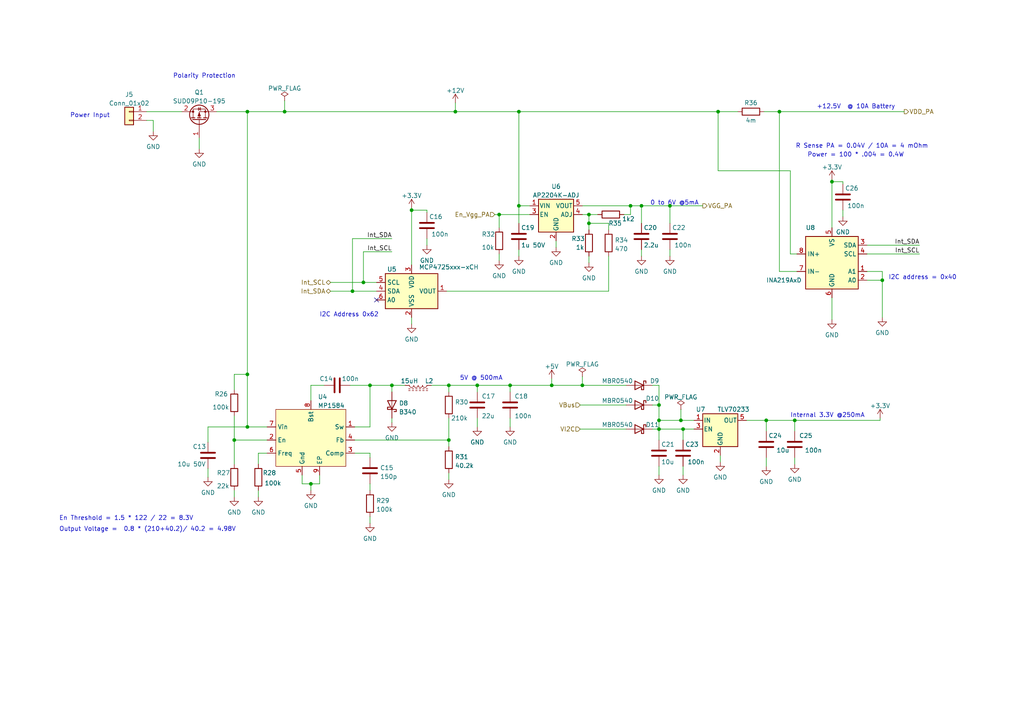
<source format=kicad_sch>
(kicad_sch (version 20211123) (generator eeschema)
  (paper "A4")
  (lib_symbols
    (symbol "Analog_ADC:INA219AxD"
      (property "Reference" "U" (at -6.35 8.89 0))
      (property "Value" "INA219AxD" (at 5.08 8.89 0))
      (symbol "INA219AxD_0_1"
        (rectangle (start -7.62 7.62) (end 7.62 -7.62) (stroke (width 0.254)) (fill (type background)))
      )
      (symbol "INA219AxD_1_1"
        (pin input line (at 10.16 -2.54 180) (length 2.54) (name "A1") (number "1"))
        (pin input line (at 10.16 -5.08 180) (length 2.54) (name "A0") (number "2"))
        (pin bidirectional line (at 10.16 5.08 180) (length 2.54) (name "SDA") (number "3"))
        (pin input line (at 10.16 2.54 180) (length 2.54) (name "SCL") (number "4"))
        (pin power_in line (at 0 10.16 270) (length 2.54) (name "VS") (number "5"))
        (pin power_in line (at 0 -10.16 90) (length 2.54) (name "GND") (number "6"))
        (pin input line (at -10.16 -2.54 0) (length 2.54) (name "IN-") (number "7"))
        (pin input line (at -10.16 2.54 0) (length 2.54) (name "IN+") (number "8"))
      )
    )
    (symbol "Analog_DAC:MCP4725xxx-xCH"
      (property "Reference" "U" (at -6.35 6.35 0))
      (property "Value" "MCP4725xxx-xCH" (at 8.89 6.35 0))
      (symbol "MCP4725xxx-xCH_0_1"
        (rectangle (start -7.62 5.08) (end 7.62 -5.08) (stroke (width 0.254)) (fill (type background)))
      )
      (symbol "MCP4725xxx-xCH_1_1"
        (pin output line (at 10.16 0 180) (length 2.54) (name "VOUT") (number "1"))
        (pin power_in line (at 0 -7.62 90) (length 2.54) (name "VSS") (number "2"))
        (pin power_in line (at 0 7.62 270) (length 2.54) (name "VDD") (number "3"))
        (pin bidirectional line (at -10.16 0 0) (length 2.54) (name "SDA") (number "4"))
        (pin input line (at -10.16 2.54 0) (length 2.54) (name "SCL") (number "5"))
        (pin input line (at -10.16 -2.54 0) (length 2.54) (name "A0") (number "6"))
      )
    )
    (symbol "Connector_Generic:Conn_01x02" (pin_names (offset 1.016) hide)
      (property "Reference" "J" (at 0 2.54 0))
      (property "Value" "Conn_01x02" (at 0 -5.08 0))
      (symbol "Conn_01x02_1_1"
        (rectangle (start -1.27 -2.413) (end 0 -2.667) (stroke (width 0.1524)))
        (rectangle (start -1.27 0.127) (end 0 -0.127) (stroke (width 0.1524)))
        (rectangle (start -1.27 1.27) (end 1.27 -3.81) (stroke (width 0.254)) (fill (type background)))
        (pin passive line (at -5.08 0 0) (length 3.81) (name "Pin_1") (number "1"))
        (pin passive line (at -5.08 -2.54 0) (length 3.81) (name "Pin_2") (number "2"))
      )
    )
    (symbol "Device:C" (pin_numbers hide) (pin_names (offset 0.254))
      (property "Reference" "C" (at 0.635 2.54 0))
      (property "Value" "C" (at 0.635 -2.54 0))
      (symbol "C_0_1"
        (polyline (pts (xy -2.032 -0.762) (xy 2.032 -0.762)) (stroke (width 0.508)))
        (polyline (pts (xy -2.032 0.762) (xy 2.032 0.762)) (stroke (width 0.508)))
      )
      (symbol "C_1_1"
        (pin passive line (at 0 3.81 270) (length 2.794) (name "~") (number "1"))
        (pin passive line (at 0 -3.81 90) (length 2.794) (name "~") (number "2"))
      )
    )
    (symbol "Device:D_Schottky" (pin_numbers hide) (pin_names (offset 1.016) hide)
      (property "Reference" "D" (at 0 2.54 0))
      (property "Value" "D_Schottky" (at 0 -2.54 0))
      (symbol "D_Schottky_0_1"
        (polyline (pts (xy 1.27 0) (xy -1.27 0)))
        (polyline (pts (xy 1.27 1.27) (xy 1.27 -1.27) (xy -1.27 0) (xy 1.27 1.27)) (stroke (width 0.254)))
        (polyline (pts (xy -1.905 0.635) (xy -1.905 1.27) (xy -1.27 1.27) (xy -1.27 -1.27) (xy -0.635 -1.27) (xy -0.635 -0.635)) (stroke (width 0.254)))
      )
      (symbol "D_Schottky_1_1"
        (pin passive line (at -3.81 0 0) (length 2.54) (name "K") (number "1"))
        (pin passive line (at 3.81 0 180) (length 2.54) (name "A") (number "2"))
      )
    )
    (symbol "Device:L_Ferrite" (pin_numbers hide) (pin_names (offset 1.016) hide)
      (property "Reference" "L" (at -1.27 0 90))
      (property "Value" "L_Ferrite" (at 2.794 0 90))
      (symbol "L_Ferrite_0_1"
        (arc (start 0 -2.54) (mid 0.635 -1.905) (end 0 -1.27))
        (arc (start 0 -1.27) (mid 0.635 -0.635) (end 0 0))
        (polyline (pts (xy 1.016 -2.794) (xy 1.016 -2.286)))
        (polyline (pts (xy 1.016 -1.778) (xy 1.016 -1.27)))
        (polyline (pts (xy 1.016 -0.762) (xy 1.016 -0.254)))
        (polyline (pts (xy 1.016 0.254) (xy 1.016 0.762)))
        (polyline (pts (xy 1.016 1.27) (xy 1.016 1.778)))
        (polyline (pts (xy 1.016 2.286) (xy 1.016 2.794)))
        (polyline (pts (xy 1.524 -2.286) (xy 1.524 -2.794)))
        (polyline (pts (xy 1.524 -1.27) (xy 1.524 -1.778)))
        (polyline (pts (xy 1.524 -0.254) (xy 1.524 -0.762)))
        (polyline (pts (xy 1.524 0.762) (xy 1.524 0.254)))
        (polyline (pts (xy 1.524 1.778) (xy 1.524 1.27)))
        (polyline (pts (xy 1.524 2.794) (xy 1.524 2.286)))
        (arc (start 0 0) (mid 0.635 0.635) (end 0 1.27))
        (arc (start 0 1.27) (mid 0.635 1.905) (end 0 2.54))
      )
      (symbol "L_Ferrite_1_1"
        (pin passive line (at 0 3.81 270) (length 1.27) (name "1") (number "1"))
        (pin passive line (at 0 -3.81 90) (length 1.27) (name "2") (number "2"))
      )
    )
    (symbol "Device:R" (pin_numbers hide) (pin_names (offset 0))
      (property "Reference" "R" (at 2.032 0 90))
      (property "Value" "R" (at 0 0 90))
      (symbol "R_0_1"
        (rectangle (start -1.016 -2.54) (end 1.016 2.54) (stroke (width 0.254)))
      )
      (symbol "R_1_1"
        (pin passive line (at 0 3.81 270) (length 1.27) (name "~") (number "1"))
        (pin passive line (at 0 -3.81 90) (length 1.27) (name "~") (number "2"))
      )
    )
    (symbol "Pi_PA:MP1584"
      (property "Reference" "U" (at 6.35 10.16 0))
      (property "Value" "MP1584" (at -8.89 10.16 0))
      (symbol "MP1584_0_1"
        (rectangle (start -10.16 8.89) (end 10.16 -7.62) (stroke (width 0.1524)) (fill (type background)))
      )
      (symbol "MP1584_1_1"
        (pin output line (at 12.7 3.81 180) (length 2.54) (name "Sw") (number "1"))
        (pin input line (at -12.7 0 0) (length 2.54) (name "En") (number "2"))
        (pin passive line (at 12.7 -3.81 180) (length 2.54) (name "Comp") (number "3"))
        (pin input line (at 12.7 0 180) (length 2.54) (name "Fb") (number "4"))
        (pin power_in line (at -2.54 -10.16 90) (length 2.54) (name "Gnd") (number "5"))
        (pin passive line (at -12.7 -3.81 0) (length 2.54) (name "Freq") (number "6"))
        (pin power_in line (at -12.7 3.81 0) (length 2.54) (name "Vin") (number "7"))
        (pin passive line (at 0 11.43 270) (length 2.54) (name "Bst") (number "8"))
        (pin power_in line (at 2.54 -10.16 90) (length 2.54) (name "EP") (number "9"))
      )
    )
    (symbol "Regulator_Linear:AP2204K-ADJ" (pin_names (offset 0.254))
      (property "Reference" "U" (at -5.08 5.715 0))
      (property "Value" "AP2204K-ADJ" (at 0 5.715 0))
      (symbol "AP2204K-ADJ_0_1"
        (rectangle (start -5.08 4.445) (end 5.08 -5.08) (stroke (width 0.254)) (fill (type background)))
      )
      (symbol "AP2204K-ADJ_1_1"
        (pin power_in line (at -7.62 2.54 0) (length 2.54) (name "VIN") (number "1"))
        (pin power_in line (at 0 -7.62 90) (length 2.54) (name "GND") (number "2"))
        (pin input line (at -7.62 0 0) (length 2.54) (name "EN") (number "3"))
        (pin input line (at 7.62 0 180) (length 2.54) (name "ADJ") (number "4"))
        (pin power_out line (at 7.62 2.54 180) (length 2.54) (name "VOUT") (number "5"))
      )
    )
    (symbol "Regulator_Linear:TLV70233_SOT23-5" (pin_names (offset 0.254))
      (property "Reference" "U" (at -3.81 5.715 0))
      (property "Value" "TLV70233_SOT23-5" (at 0 5.715 0))
      (symbol "TLV70233_SOT23-5_0_1"
        (rectangle (start -5.08 4.445) (end 5.08 -5.08) (stroke (width 0.254)) (fill (type background)))
      )
      (symbol "TLV70233_SOT23-5_1_1"
        (pin power_in line (at -7.62 2.54 0) (length 2.54) (name "IN") (number "1"))
        (pin power_in line (at 0 -7.62 90) (length 2.54) (name "GND") (number "2"))
        (pin input line (at -7.62 0 0) (length 2.54) (name "EN") (number "3"))
        (pin no_connect line (at 5.08 0 180) (length 2.54) hide (name "NC") (number "4"))
        (pin power_out line (at 7.62 2.54 180) (length 2.54) (name "OUT") (number "5"))
      )
    )
    (symbol "Transistor_FET:SUD09P10-195" (pin_names hide)
      (property "Reference" "Q" (at 4.953 1.905 0))
      (property "Value" "SUD09P10-195" (at 4.953 0 0))
      (symbol "SUD09P10-195_0_1"
        (polyline (pts (xy 0.254 0) (xy -2.54 0)))
        (polyline (pts (xy 0.254 1.905) (xy 0.254 -1.905)) (stroke (width 0.254)))
        (polyline (pts (xy 0.762 -1.27) (xy 0.762 -2.286)) (stroke (width 0.254)))
        (polyline (pts (xy 0.762 0.508) (xy 0.762 -0.508)) (stroke (width 0.254)))
        (polyline (pts (xy 0.762 2.286) (xy 0.762 1.27)) (stroke (width 0.254)))
        (polyline (pts (xy 2.54 2.54) (xy 2.54 1.778)))
        (polyline (pts (xy 2.54 -2.54) (xy 2.54 0) (xy 0.762 0)))
        (polyline (pts (xy 0.762 1.778) (xy 3.302 1.778) (xy 3.302 -1.778) (xy 0.762 -1.778)))
        (polyline (pts (xy 2.286 0) (xy 1.27 0.381) (xy 1.27 -0.381) (xy 2.286 0)) (fill (type outline)))
        (polyline (pts (xy 2.794 -0.508) (xy 2.921 -0.381) (xy 3.683 -0.381) (xy 3.81 -0.254)))
        (polyline (pts (xy 3.302 -0.381) (xy 2.921 0.254) (xy 3.683 0.254) (xy 3.302 -0.381)))
        (circle (center 1.651 0) (radius 2.794) (stroke (width 0.254)))
        (circle (center 2.54 -1.778) (radius 0.254) (fill (type outline)))
        (circle (center 2.54 1.778) (radius 0.254) (fill (type outline)))
      )
      (symbol "SUD09P10-195_1_1"
        (pin input line (at -5.08 0 0) (length 2.54) (name "G") (number "1"))
        (pin passive line (at 2.54 5.08 270) (length 2.54) (name "D") (number "2"))
        (pin passive line (at 2.54 -5.08 90) (length 2.54) (name "S") (number "3"))
      )
    )
    (symbol "power:+12V" (power) (pin_names (offset 0))
      (property "Value" "+12V" (at 0 3.556 0))
      (symbol "+12V_0_1"
        (polyline (pts (xy -0.762 1.27) (xy 0 2.54)))
        (polyline (pts (xy 0 0) (xy 0 2.54)))
        (polyline (pts (xy 0 2.54) (xy 0.762 1.27)))
      )
      (symbol "+12V_1_1"
        (pin power_in line (at 0 0 90) (length 0) hide (name "+12V") (number "1"))
      )
    )
    (symbol "power:+3.3V" (power) (pin_names (offset 0))
      (property "Value" "+3.3V" (at 0 3.556 0))
      (symbol "+3.3V_0_1"
        (polyline (pts (xy -0.762 1.27) (xy 0 2.54)))
        (polyline (pts (xy 0 0) (xy 0 2.54)))
        (polyline (pts (xy 0 2.54) (xy 0.762 1.27)))
      )
      (symbol "+3.3V_1_1"
        (pin power_in line (at 0 0 90) (length 0) hide (name "+3.3V") (number "1"))
      )
    )
    (symbol "power:+5V" (power) (pin_names (offset 0))
      (property "Value" "+5V" (at 0 3.556 0))
      (symbol "+5V_0_1"
        (polyline (pts (xy -0.762 1.27) (xy 0 2.54)))
        (polyline (pts (xy 0 0) (xy 0 2.54)))
        (polyline (pts (xy 0 2.54) (xy 0.762 1.27)))
      )
      (symbol "+5V_1_1"
        (pin power_in line (at 0 0 90) (length 0) hide (name "+5V") (number "1"))
      )
    )
    (symbol "power:GND" (power) (pin_names (offset 0))
      (property "Value" "GND" (at 0 -3.81 0))
      (symbol "GND_0_1"
        (polyline (pts (xy 0 0) (xy 0 -1.27) (xy 1.27 -1.27) (xy 0 -2.54) (xy -1.27 -1.27) (xy 0 -1.27)))
      )
      (symbol "GND_1_1"
        (pin power_in line (at 0 0 270) (length 0) hide (name "GND") (number "1"))
      )
    )
    (symbol "power:PWR_FLAG" (power) (pin_numbers hide) (pin_names (offset 0) hide)
      (property "Value" "PWR_FLAG" (at 0 3.81 0))
      (symbol "PWR_FLAG_0_0"
        (pin power_out line (at 0 0 90) (length 0) (name "pwr") (number "1"))
      )
      (symbol "PWR_FLAG_0_1"
        (polyline (pts (xy 0 0) (xy 0 1.27) (xy -1.016 1.905) (xy 0 2.54) (xy 1.016 1.905) (xy 0 1.27)))
      )
    )
  )
  (junction (at 132.08 32.385))
  (junction (at 255.905 81.28))
  (junction (at 102.235 84.455))
  (junction (at 71.755 32.385))
  (junction (at 150.495 32.385))
  (junction (at 71.755 108.585))
  (junction (at 113.665 111.76))
  (junction (at 71.755 123.825))
  (junction (at 168.91 111.76))
  (junction (at 197.485 121.92))
  (junction (at 182.88 59.69))
  (junction (at 230.505 121.92))
  (junction (at 105.41 81.915))
  (junction (at 170.815 62.23))
  (junction (at 170.815 64.77))
  (junction (at 119.38 60.96))
  (junction (at 194.31 59.69))
  (junction (at 82.55 32.385))
  (junction (at 186.055 59.69))
  (junction (at 191.135 117.475))
  (junction (at 160.02 111.76))
  (junction (at 130.175 127.635))
  (junction (at 147.955 111.76))
  (junction (at 191.135 121.92))
  (junction (at 144.78 62.23))
  (junction (at 107.315 111.76))
  (junction (at 138.43 111.76))
  (junction (at 241.3 52.705))
  (junction (at 191.135 124.46))
  (junction (at 222.25 121.92))
  (junction (at 208.28 32.385))
  (junction (at 130.175 111.76))
  (junction (at 90.17 140.335))
  (junction (at 226.06 32.385))
  (junction (at 150.495 59.69))
  (junction (at 67.945 127.635))
  (junction (at 198.12 124.46))
  (no_connect (at 109.22 86.995))
  (wire (pts (xy 130.175 127.635) (xy 130.175 121.285)))
  (wire (pts (xy 168.275 124.46) (xy 181.61 124.46)))
  (wire (pts (xy 119.38 60.325) (xy 119.38 60.96)))
  (wire (pts (xy 229.235 49.53) (xy 229.235 73.66)))
  (wire (pts (xy 160.02 109.855) (xy 160.02 111.76)))
  (wire (pts (xy 130.175 111.76) (xy 130.175 113.665)))
  (wire (pts (xy 191.135 117.475) (xy 191.135 111.76)))
  (wire (pts (xy 230.505 121.92) (xy 255.27 121.92)))
  (wire (pts (xy 251.46 78.74) (xy 255.905 78.74)))
  (wire (pts (xy 60.325 135.89) (xy 60.325 138.43)))
  (wire (pts (xy 194.31 59.69) (xy 194.31 64.77)))
  (wire (pts (xy 198.12 124.46) (xy 198.12 127.635)))
  (wire (pts (xy 170.815 64.77) (xy 170.815 62.23)))
  (wire (pts (xy 189.23 117.475) (xy 191.135 117.475)))
  (wire (pts (xy 176.53 84.455) (xy 176.53 74.295)))
  (wire (pts (xy 144.78 73.66) (xy 144.78 75.565)))
  (wire (pts (xy 191.135 135.255) (xy 191.135 137.795)))
  (wire (pts (xy 194.31 72.39) (xy 194.31 74.295)))
  (wire (pts (xy 119.38 92.075) (xy 119.38 93.98)))
  (wire (pts (xy 251.46 81.28) (xy 255.905 81.28)))
  (wire (pts (xy 208.28 49.53) (xy 208.28 32.385)))
  (wire (pts (xy 71.755 123.825) (xy 77.47 123.825)))
  (wire (pts (xy 42.545 32.385) (xy 52.705 32.385)))
  (wire (pts (xy 138.43 121.285) (xy 138.43 123.825)))
  (wire (pts (xy 71.755 32.385) (xy 71.755 108.585)))
  (wire (pts (xy 244.475 53.34) (xy 244.475 52.705)))
  (wire (pts (xy 241.3 52.705) (xy 241.3 66.04)))
  (wire (pts (xy 92.71 140.335) (xy 92.71 137.795)))
  (wire (pts (xy 132.08 29.845) (xy 132.08 32.385)))
  (wire (pts (xy 241.3 52.705) (xy 241.3 52.07)))
  (wire (pts (xy 182.88 59.69) (xy 186.055 59.69)))
  (wire (pts (xy 62.865 32.385) (xy 71.755 32.385)))
  (wire (pts (xy 191.135 121.92) (xy 191.135 124.46)))
  (wire (pts (xy 144.78 62.23) (xy 144.78 66.04)))
  (wire (pts (xy 168.91 109.22) (xy 168.91 111.76)))
  (wire (pts (xy 189.23 124.46) (xy 191.135 124.46)))
  (wire (pts (xy 138.43 111.76) (xy 147.955 111.76)))
  (wire (pts (xy 144.78 62.23) (xy 153.67 62.23)))
  (wire (pts (xy 182.88 62.23) (xy 182.88 59.69)))
  (wire (pts (xy 244.475 60.96) (xy 244.475 62.865)))
  (wire (pts (xy 132.08 32.385) (xy 150.495 32.385)))
  (wire (pts (xy 67.945 127.635) (xy 67.945 134.62)))
  (wire (pts (xy 113.665 121.285) (xy 113.665 122.555)))
  (wire (pts (xy 194.31 59.69) (xy 203.835 59.69)))
  (wire (pts (xy 176.53 64.77) (xy 170.815 64.77)))
  (wire (pts (xy 147.955 111.76) (xy 147.955 113.665)))
  (wire (pts (xy 90.17 140.335) (xy 90.17 142.24)))
  (wire (pts (xy 71.755 32.385) (xy 82.55 32.385)))
  (wire (pts (xy 222.25 132.715) (xy 222.25 135.255)))
  (wire (pts (xy 229.235 73.66) (xy 231.14 73.66)))
  (wire (pts (xy 87.63 137.795) (xy 87.63 140.335)))
  (wire (pts (xy 102.235 84.455) (xy 109.22 84.455)))
  (wire (pts (xy 241.3 86.36) (xy 241.3 92.71)))
  (wire (pts (xy 102.87 127.635) (xy 130.175 127.635)))
  (wire (pts (xy 74.93 142.24) (xy 74.93 144.145)))
  (wire (pts (xy 197.485 118.745) (xy 197.485 121.92)))
  (wire (pts (xy 191.135 111.76) (xy 189.23 111.76)))
  (wire (pts (xy 105.41 81.915) (xy 105.41 73.025)))
  (wire (pts (xy 170.815 62.23) (xy 173.355 62.23)))
  (wire (pts (xy 168.91 62.23) (xy 170.815 62.23)))
  (wire (pts (xy 150.495 59.69) (xy 153.67 59.69)))
  (wire (pts (xy 129.54 84.455) (xy 176.53 84.455)))
  (wire (pts (xy 60.325 123.825) (xy 60.325 128.27)))
  (wire (pts (xy 125.095 111.76) (xy 130.175 111.76)))
  (wire (pts (xy 230.505 121.92) (xy 230.505 125.095)))
  (wire (pts (xy 255.27 121.285) (xy 255.27 121.92)))
  (wire (pts (xy 71.755 123.825) (xy 71.755 108.585)))
  (wire (pts (xy 74.93 131.445) (xy 74.93 134.62)))
  (wire (pts (xy 130.175 111.76) (xy 138.43 111.76)))
  (wire (pts (xy 107.315 131.445) (xy 102.87 131.445)))
  (wire (pts (xy 42.545 34.925) (xy 44.45 34.925)))
  (wire (pts (xy 168.275 117.475) (xy 181.61 117.475)))
  (wire (pts (xy 198.12 135.255) (xy 198.12 137.795)))
  (wire (pts (xy 186.055 72.39) (xy 186.055 74.295)))
  (wire (pts (xy 180.975 62.23) (xy 182.88 62.23)))
  (wire (pts (xy 191.135 124.46) (xy 191.135 127.635)))
  (wire (pts (xy 222.25 121.92) (xy 230.505 121.92)))
  (wire (pts (xy 168.91 59.69) (xy 182.88 59.69)))
  (wire (pts (xy 186.055 59.69) (xy 186.055 64.77)))
  (wire (pts (xy 82.55 29.21) (xy 82.55 32.385)))
  (wire (pts (xy 102.235 69.215) (xy 113.665 69.215)))
  (wire (pts (xy 197.485 121.92) (xy 201.295 121.92)))
  (wire (pts (xy 105.41 81.915) (xy 109.22 81.915)))
  (wire (pts (xy 90.17 140.335) (xy 92.71 140.335)))
  (wire (pts (xy 226.06 32.385) (xy 262.255 32.385)))
  (wire (pts (xy 67.945 142.24) (xy 67.945 144.145)))
  (wire (pts (xy 60.325 123.825) (xy 71.755 123.825)))
  (wire (pts (xy 198.12 124.46) (xy 201.295 124.46)))
  (wire (pts (xy 150.495 32.385) (xy 208.28 32.385)))
  (wire (pts (xy 102.235 84.455) (xy 102.235 69.215)))
  (wire (pts (xy 150.495 72.39) (xy 150.495 74.295)))
  (wire (pts (xy 113.665 111.76) (xy 117.475 111.76)))
  (wire (pts (xy 176.53 66.675) (xy 176.53 64.77)))
  (wire (pts (xy 123.825 61.595) (xy 123.825 60.96)))
  (wire (pts (xy 150.495 59.69) (xy 150.495 64.77)))
  (wire (pts (xy 130.175 127.635) (xy 130.175 129.54)))
  (wire (pts (xy 251.46 71.12) (xy 266.7 71.12)))
  (wire (pts (xy 107.315 140.335) (xy 107.315 142.24)))
  (wire (pts (xy 123.825 69.215) (xy 123.825 71.12)))
  (wire (pts (xy 160.02 111.76) (xy 168.91 111.76)))
  (wire (pts (xy 107.315 132.715) (xy 107.315 131.445)))
  (wire (pts (xy 90.17 111.76) (xy 90.17 116.205)))
  (wire (pts (xy 130.175 137.16) (xy 130.175 139.065)))
  (wire (pts (xy 102.87 123.825) (xy 107.315 123.825)))
  (wire (pts (xy 191.135 121.92) (xy 191.135 117.475)))
  (wire (pts (xy 107.315 123.825) (xy 107.315 111.76)))
  (wire (pts (xy 244.475 52.705) (xy 241.3 52.705)))
  (wire (pts (xy 255.905 81.28) (xy 255.905 92.075)))
  (wire (pts (xy 150.495 32.385) (xy 150.495 59.69)))
  (wire (pts (xy 251.46 73.66) (xy 266.7 73.66)))
  (wire (pts (xy 226.06 32.385) (xy 226.06 78.74)))
  (wire (pts (xy 221.615 32.385) (xy 226.06 32.385)))
  (wire (pts (xy 208.28 49.53) (xy 229.235 49.53)))
  (wire (pts (xy 67.945 108.585) (xy 71.755 108.585)))
  (wire (pts (xy 107.315 111.76) (xy 113.665 111.76)))
  (wire (pts (xy 255.905 78.74) (xy 255.905 81.28)))
  (wire (pts (xy 208.28 32.385) (xy 213.995 32.385)))
  (wire (pts (xy 161.29 69.85) (xy 161.29 71.755)))
  (wire (pts (xy 67.945 120.65) (xy 67.945 127.635)))
  (wire (pts (xy 147.955 121.285) (xy 147.955 123.825)))
  (wire (pts (xy 95.885 84.455) (xy 102.235 84.455)))
  (wire (pts (xy 101.6 111.76) (xy 107.315 111.76)))
  (wire (pts (xy 95.885 81.915) (xy 105.41 81.915)))
  (wire (pts (xy 105.41 73.025) (xy 113.665 73.025)))
  (wire (pts (xy 123.825 60.96) (xy 119.38 60.96)))
  (wire (pts (xy 44.45 34.925) (xy 44.45 38.1)))
  (wire (pts (xy 138.43 111.76) (xy 138.43 113.665)))
  (wire (pts (xy 57.785 40.005) (xy 57.785 43.18)))
  (wire (pts (xy 216.535 121.92) (xy 222.25 121.92)))
  (wire (pts (xy 191.135 121.92) (xy 197.485 121.92)))
  (wire (pts (xy 208.915 132.08) (xy 208.915 133.985)))
  (wire (pts (xy 231.14 78.74) (xy 226.06 78.74)))
  (wire (pts (xy 143.51 62.23) (xy 144.78 62.23)))
  (wire (pts (xy 147.955 111.76) (xy 160.02 111.76)))
  (wire (pts (xy 186.055 59.69) (xy 194.31 59.69)))
  (wire (pts (xy 168.91 111.76) (xy 181.61 111.76)))
  (wire (pts (xy 170.815 66.675) (xy 170.815 64.77)))
  (wire (pts (xy 87.63 140.335) (xy 90.17 140.335)))
  (wire (pts (xy 170.815 74.295) (xy 170.815 76.2)))
  (wire (pts (xy 67.945 113.03) (xy 67.945 108.585)))
  (wire (pts (xy 82.55 32.385) (xy 132.08 32.385)))
  (wire (pts (xy 113.665 111.76) (xy 113.665 113.665)))
  (wire (pts (xy 67.945 127.635) (xy 77.47 127.635)))
  (wire (pts (xy 222.25 125.095) (xy 222.25 121.92)))
  (wire (pts (xy 230.505 132.715) (xy 230.505 134.62)))
  (wire (pts (xy 77.47 131.445) (xy 74.93 131.445)))
  (wire (pts (xy 191.135 124.46) (xy 198.12 124.46)))
  (wire (pts (xy 107.315 149.86) (xy 107.315 151.765)))
  (wire (pts (xy 93.98 111.76) (xy 90.17 111.76)))
  (wire (pts (xy 119.38 60.96) (xy 119.38 76.835)))
  (text "5V @ 500mA" (at 133.35 110.49 0) (effects (font (size 1.27 1.27)) (justify left bottom)))
  (text "Power Input" (at 20.32 34.29 0) (effects (font (size 1.27 1.27)) (justify left bottom)))
  (text "0 to 6V @5mA" (at 188.595 59.69 0) (effects (font (size 1.27 1.27)) (justify left bottom)))
  (text "I2C Address 0x62" (at 109.855 92.075 180) (effects (font (size 1.27 1.27)) (justify right bottom)))
  (text "+12.5V  @ 10A Battery" (at 236.855 31.75 0) (effects (font (size 1.27 1.27)) (justify left bottom)))
  (text "I2C address = 0x40" (at 277.495 81.28 180) (effects (font (size 1.27 1.27)) (justify right bottom)))
  (text "Internal 3.3V @250mA" (at 229.235 121.285 0) (effects (font (size 1.27 1.27)) (justify left bottom)))
  (text "R Sense PA = 0.04V / 10A = 4 mOhm" (at 269.24 43.18 180) (effects (font (size 1.27 1.27)) (justify right bottom)))
  (text "Polarity Protection\n" (at 50.165 22.86 0) (effects (font (size 1.27 1.27)) (justify left bottom)))
  (text "Power = 100 * .004 = 0.4W" (at 262.255 45.72 180) (effects (font (size 1.27 1.27)) (justify right bottom)))
  (text "Output Voltage =  0.8 * (210+40.2)/ 40.2 = 4.98V" (at 17.145 154.305 0) (effects (font (size 1.27 1.27)) (justify left bottom)))
  (text "En Threshold = 1.5 * 122 / 22 = 8.3V" (at 17.145 151.13 0) (effects (font (size 1.27 1.27)) (justify left bottom)))
  (label "Int_SDA" (at 266.7 71.12 180))
  (label "Int_SDA" (at 113.665 69.215 180))
  (label "Int_SCL" (at 113.665 73.025 180))
  (label "Int_SCL" (at 266.7 73.66 180))
  (hierarchical_label "VBus" (shape input) (at 168.275 117.475 180))
  (hierarchical_label "VDD_PA" (shape output) (at 262.255 32.385 0))
  (hierarchical_label "Int_SCL" (shape bidirectional) (at 95.885 81.915 180))
  (hierarchical_label "Int_SDA" (shape bidirectional) (at 95.885 84.455 180))
  (hierarchical_label "VGG_PA" (shape output) (at 203.835 59.69 0))
  (hierarchical_label "VI2C" (shape input) (at 168.275 124.46 180))
  (hierarchical_label "En_Vgg_PA" (shape input) (at 143.51 62.23 180))
  (symbol (lib_id "power:GND") (at 44.45 38.1 0) (unit 1)
    (property "Reference" "#PWR039" (effects hide))
    (property "Value" "GND" (at 44.45 42.5434 0))
  )
  (symbol (lib_id "power:GND") (at 67.945 144.145 0) (unit 1)
    (property "Reference" "#PWR042" (effects hide))
    (property "Value" "GND" (at 67.945 148.5884 0))
  )
  (symbol (lib_id "Analog_DAC:MCP4725xxx-xCH") (at 119.38 84.455 0) (unit 1)
    (property "Reference" "U5" (at 113.665 78.105 0))
    (property "Value" "MCP4725xxx-xCH" (at 130.175 77.47 0))
    (property "Footprint" "Package_TO_SOT_SMD:SOT-23-6" (effects hide))
    (property "Datasheet" "http://ww1.microchip.com/downloads/en/DeviceDoc/22039d.pdf" (effects hide))
  )
  (symbol (lib_id "power:GND") (at 107.315 151.765 0) (unit 1)
    (property "Reference" "#PWR045" (effects hide))
    (property "Value" "GND" (at 107.315 156.2084 0))
  )
  (symbol (lib_id "power:+3.3V") (at 119.38 60.325 0) (unit 1)
    (property "Reference" "#PWR047" (effects hide))
    (property "Value" "+3.3V" (at 119.38 56.7492 0))
  )
  (symbol (lib_id "Device:C") (at 230.505 128.905 0) (unit 1)
    (property "Reference" "C25" (at 231.775 126.365 0) (effects (justify left)))
    (property "Value" "100n" (at 233.426 130.6072 0) (effects (justify left)))
    (property "Footprint" "Capacitor_SMD:C_0603_1608Metric" (effects hide))
  )
  (symbol (lib_id "Regulator_Linear:TLV70233_SOT23-5") (at 208.915 124.46 0) (unit 1)
    (property "Reference" "U7" (at 203.2 118.745 0))
    (property "Value" "TLV70233" (at 212.725 118.745 0))
    (property "Footprint" "Package_TO_SOT_SMD:SOT-23-5" (effects hide))
    (property "Datasheet" "http://www.ti.com/lit/ds/symlink/tlv702.pdf" (effects hide))
  )
  (symbol (lib_id "power:GND") (at 60.325 138.43 0) (unit 1)
    (property "Reference" "#PWR041" (effects hide))
    (property "Value" "GND" (at 60.325 142.8734 0))
  )
  (symbol (lib_id "power:PWR_FLAG") (at 197.485 118.745 0) (unit 1)
    (property "Reference" "#FLG03" (effects hide))
    (property "Value" "PWR_FLAG" (at 197.485 115.1692 0))
  )
  (symbol (lib_id "power:+3.3V") (at 255.27 121.285 0) (unit 1)
    (property "Reference" "#PWR069" (effects hide))
    (property "Value" "+3.3V" (at 255.27 117.7092 0))
  )
  (symbol (lib_id "Device:C") (at 186.055 68.58 0) (unit 1)
    (property "Reference" "C20" (at 186.69 66.04 0) (effects (justify left)))
    (property "Value" "2.2u" (at 186.69 71.12 0) (effects (justify left)))
    (property "Footprint" "Capacitor_SMD:C_0603_1608Metric" (effects hide))
  )
  (symbol (lib_id "power:+12V") (at 132.08 29.845 0) (unit 1)
    (property "Reference" "#PWR051" (effects hide))
    (property "Value" "+12V" (at 132.08 26.2692 0))
  )
  (symbol (lib_id "power:GND") (at 170.815 76.2 0) (unit 1)
    (property "Reference" "#PWR057" (effects hide))
    (property "Value" "GND" (at 170.815 80.6434 0))
  )
  (symbol (lib_id "power:GND") (at 138.43 123.825 0) (unit 1)
    (property "Reference" "#PWR052" (effects hide))
    (property "Value" "GND" (at 138.43 128.2684 0))
  )
  (symbol (lib_id "power:+5V") (at 160.02 109.855 0) (unit 1)
    (property "Reference" "#PWR0101" (effects hide))
    (property "Value" "+5V" (at 160.02 106.2792 0))
  )
  (symbol (lib_id "Device:C") (at 147.955 117.475 0) (unit 1)
    (property "Reference" "C18" (at 149.225 114.935 0) (effects (justify left)))
    (property "Value" "100n" (at 149.225 120.65 0) (effects (justify left)))
    (property "Footprint" "Capacitor_SMD:C_0603_1608Metric" (effects hide))
  )
  (symbol (lib_id "Device:R") (at 170.815 70.485 0) (unit 1)
    (property "Reference" "R33" (at 165.735 69.215 0) (effects (justify left)))
    (property "Value" "1k" (at 167.005 71.755 0) (effects (justify left)))
    (property "Footprint" "Resistor_SMD:R_0603_1608Metric" (effects hide))
  )
  (symbol (lib_id "Device:C") (at 222.25 128.905 0) (unit 1)
    (property "Reference" "C24" (at 222.885 126.365 0) (effects (justify left)))
    (property "Value" "10u" (at 225.171 130.6072 0) (effects (justify left)))
    (property "Footprint" "Capacitor_SMD:C_0603_1608Metric" (effects hide))
  )
  (symbol (lib_id "power:GND") (at 186.055 74.295 0) (unit 1)
    (property "Reference" "#PWR058" (effects hide))
    (property "Value" "GND" (at 186.055 78.7384 0))
  )
  (symbol (lib_id "power:GND") (at 144.78 75.565 0) (unit 1)
    (property "Reference" "#PWR053" (effects hide))
    (property "Value" "GND" (at 144.78 80.0084 0))
  )
  (symbol (lib_id "Device:R") (at 67.945 138.43 0) (unit 1)
    (property "Reference" "R27" (at 62.865 137.16 0) (effects (justify left)))
    (property "Value" "22k" (at 62.865 140.97 0) (effects (justify left)))
    (property "Footprint" "Resistor_SMD:R_0603_1608Metric" (effects hide))
  )
  (symbol (lib_id "Device:R") (at 130.175 117.475 0) (unit 1)
    (property "Reference" "R30" (at 131.953 116.6403 0) (effects (justify left)))
    (property "Value" "210k" (at 130.81 121.285 0) (effects (justify left)))
    (property "Footprint" "Resistor_SMD:R_0603_1608Metric" (effects hide))
  )
  (symbol (lib_id "Transistor_FET:SUD09P10-195") (at 57.785 34.925 90) (unit 1)
    (property "Reference" "Q1" (at 57.785 26.7802 90))
    (property "Value" "SUD09P10-195" (at 57.785 29.3171 90))
    (property "Footprint" "Package_TO_SOT_SMD:TO-252-2" (effects hide))
    (property "Datasheet" "https://www.vishay.com/docs/65903/SUD09P10.pdf" (effects hide))
  )
  (symbol (lib_id "power:GND") (at 198.12 137.795 0) (unit 1)
    (property "Reference" "#PWR061" (effects hide))
    (property "Value" "GND" (at 198.12 142.2384 0))
  )
  (symbol (lib_id "Device:R") (at 177.165 62.23 270) (unit 1)
    (property "Reference" "R35" (at 178.435 64.77 90))
    (property "Value" "1k2" (at 182.245 63.5 90))
    (property "Footprint" "Resistor_SMD:R_0603_1608Metric" (effects hide))
  )
  (symbol (lib_id "power:GND") (at 230.505 134.62 0) (unit 1)
    (property "Reference" "#PWR064" (effects hide))
    (property "Value" "GND" (at 230.505 139.0634 0))
  )
  (symbol (lib_id "Device:D_Schottky") (at 185.42 117.475 0) (mirror y) (unit 1)
    (property "Reference" "D10" (at 189.23 115.57 0))
    (property "Value" "MBR0540" (at 179.07 116.205 0))
    (property "Footprint" "Diode_SMD:D_SOD-123" (effects hide))
  )
  (symbol (lib_id "Device:R") (at 144.78 69.85 0) (unit 1)
    (property "Reference" "R32" (at 139.7 67.945 0) (effects (justify left)))
    (property "Value" "10k" (at 139.7 71.755 0) (effects (justify left)))
    (property "Footprint" "Resistor_SMD:R_0603_1608Metric" (effects hide))
  )
  (symbol (lib_id "Device:C") (at 138.43 117.475 0) (unit 1)
    (property "Reference" "C17" (at 139.7 114.935 0) (effects (justify left)))
    (property "Value" "22u" (at 139.7 120.65 0) (effects (justify left)))
    (property "Footprint" "Capacitor_SMD:C_0805_2012Metric" (effects hide))
  )
  (symbol (lib_id "power:GND") (at 241.3 92.71 0) (unit 1)
    (property "Reference" "#PWR066" (effects hide))
    (property "Value" "GND" (at 241.3 97.1534 0))
  )
  (symbol (lib_id "power:GND") (at 130.175 139.065 0) (unit 1)
    (property "Reference" "#PWR050" (effects hide))
    (property "Value" "GND" (at 130.175 143.5084 0))
  )
  (symbol (lib_id "Device:D_Schottky") (at 185.42 124.46 0) (mirror y) (unit 1)
    (property "Reference" "D11" (at 189.23 123.19 0))
    (property "Value" "MBR0540" (at 179.07 123.19 0))
    (property "Footprint" "Diode_SMD:D_SOD-123" (effects hide))
  )
  (symbol (lib_id "Device:R") (at 107.315 146.05 0) (unit 1)
    (property "Reference" "R29" (at 109.093 145.2153 0) (effects (justify left)))
    (property "Value" "100k" (at 109.093 147.7522 0) (effects (justify left)))
    (property "Footprint" "Resistor_SMD:R_0603_1608Metric" (effects hide))
  )
  (symbol (lib_id "Device:C") (at 60.325 132.08 0) (unit 1)
    (property "Reference" "C13" (at 55.88 129.54 0) (effects (justify left)))
    (property "Value" "10u 50V" (at 51.435 134.62 0) (effects (justify left)))
    (property "Footprint" "Capacitor_SMD:C_0805_2012Metric" (effects hide))
  )
  (symbol (lib_id "Device:C") (at 150.495 68.58 0) (unit 1)
    (property "Reference" "C19" (at 151.13 66.04 0) (effects (justify left)))
    (property "Value" "1u 50V" (at 151.13 71.12 0) (effects (justify left)))
    (property "Footprint" "Capacitor_SMD:C_0603_1608Metric" (effects hide))
  )
  (symbol (lib_id "power:GND") (at 150.495 74.295 0) (unit 1)
    (property "Reference" "#PWR055" (effects hide))
    (property "Value" "GND" (at 150.495 78.7384 0))
  )
  (symbol (lib_id "Device:C") (at 97.79 111.76 270) (unit 1)
    (property "Reference" "C14" (at 94.615 109.855 90))
    (property "Value" "100n" (at 101.6 109.855 90))
    (property "Footprint" "Capacitor_SMD:C_0603_1608Metric" (effects hide))
  )
  (symbol (lib_id "power:GND") (at 119.38 93.98 0) (unit 1)
    (property "Reference" "#PWR048" (effects hide))
    (property "Value" "GND" (at 119.38 98.4234 0))
  )
  (symbol (lib_id "Device:L_Ferrite") (at 121.285 111.76 270) (unit 1)
    (property "Reference" "L2" (at 124.46 110.49 90))
    (property "Value" "15uH" (at 118.745 110.49 90))
    (property "Footprint" "Inductor_SMD:L_7.3x7.3_H4.5" (effects hide))
  )
  (symbol (lib_id "power:GND") (at 191.135 137.795 0) (unit 1)
    (property "Reference" "#PWR059" (effects hide))
    (property "Value" "GND" (at 191.135 142.2384 0))
  )
  (symbol (lib_id "Device:D_Schottky") (at 185.42 111.76 0) (mirror y) (unit 1)
    (property "Reference" "D9" (at 189.865 110.49 0))
    (property "Value" "MBR0540" (at 179.07 110.49 0))
    (property "Footprint" "Diode_SMD:D_SOD-123" (effects hide))
  )
  (symbol (lib_id "Device:C") (at 198.12 131.445 0) (unit 1)
    (property "Reference" "C23" (at 198.755 128.905 0) (effects (justify left)))
    (property "Value" "100n" (at 199.39 133.985 0) (effects (justify left)))
    (property "Footprint" "Capacitor_SMD:C_0603_1608Metric" (effects hide))
  )
  (symbol (lib_id "power:GND") (at 90.17 142.24 0) (unit 1)
    (property "Reference" "#PWR044" (effects hide))
    (property "Value" "GND" (at 90.17 146.6834 0))
  )
  (symbol (lib_id "power:GND") (at 57.785 43.18 0) (unit 1)
    (property "Reference" "#PWR040" (effects hide))
    (property "Value" "GND" (at 57.785 47.6234 0))
  )
  (symbol (lib_id "Device:C") (at 107.315 136.525 0) (unit 1)
    (property "Reference" "C15" (at 110.236 135.6903 0) (effects (justify left)))
    (property "Value" "150p" (at 110.236 138.2272 0) (effects (justify left)))
    (property "Footprint" "Capacitor_SMD:C_0603_1608Metric" (effects hide))
  )
  (symbol (lib_id "Device:R") (at 217.805 32.385 270) (unit 1)
    (property "Reference" "R36" (at 217.805 29.845 90))
    (property "Value" "4m" (at 217.805 34.925 90))
    (property "Footprint" "Resistor_SMD:R_0612_1632Metric" (effects hide))
  )
  (symbol (lib_id "Pi_PA:MP1584") (at 90.17 127.635 0) (unit 1)
    (property "Reference" "U4" (at 92.1894 115.096 0) (effects (justify left)))
    (property "Value" "MP1584" (at 92.1894 117.6329 0) (effects (justify left)))
    (property "Footprint" "Package_SO:SOIC-8-1EP_3.9x4.9mm_P1.27mm_EP2.41x3.3mm" (effects hide))
  )
  (symbol (lib_id "Device:R") (at 130.175 133.35 0) (unit 1)
    (property "Reference" "R31" (at 131.953 132.5153 0) (effects (justify left)))
    (property "Value" "40.2k" (at 131.953 135.0522 0) (effects (justify left)))
    (property "Footprint" "Resistor_SMD:R_0603_1608Metric" (effects hide))
  )
  (symbol (lib_id "power:GND") (at 222.25 135.255 0) (unit 1)
    (property "Reference" "#PWR063" (effects hide))
    (property "Value" "GND" (at 222.25 139.6984 0))
  )
  (symbol (lib_id "Device:C") (at 191.135 131.445 0) (unit 1)
    (property "Reference" "C21" (at 191.77 128.905 0) (effects (justify left)))
    (property "Value" "10u" (at 191.77 133.985 0) (effects (justify left)))
    (property "Footprint" "Capacitor_SMD:C_0603_1608Metric" (effects hide))
  )
  (symbol (lib_id "power:GND") (at 194.31 74.295 0) (unit 1)
    (property "Reference" "#PWR060" (effects hide))
    (property "Value" "GND" (at 194.31 78.7384 0))
  )
  (symbol (lib_id "Device:C") (at 123.825 65.405 0) (unit 1)
    (property "Reference" "C16" (at 124.46 62.865 0) (effects (justify left)))
    (property "Value" "100n" (at 125.095 67.945 0) (effects (justify left)))
    (property "Footprint" "Capacitor_SMD:C_0603_1608Metric" (effects hide))
  )
  (symbol (lib_id "power:GND") (at 255.905 92.075 0) (unit 1)
    (property "Reference" "#PWR068" (effects hide))
    (property "Value" "GND" (at 255.905 96.5184 0))
  )
  (symbol (lib_id "power:GND") (at 147.955 123.825 0) (unit 1)
    (property "Reference" "#PWR054" (effects hide))
    (property "Value" "GND" (at 147.955 128.2684 0))
  )
  (symbol (lib_id "Device:D_Schottky") (at 113.665 117.475 270) (mirror x) (unit 1)
    (property "Reference" "D8" (at 115.697 116.9578 90) (effects (justify left)))
    (property "Value" "B340" (at 115.697 119.4947 90) (effects (justify left)))
    (property "Footprint" "Diode_SMD:D_SMA" (effects hide))
  )
  (symbol (lib_id "power:GND") (at 74.93 144.145 0) (unit 1)
    (property "Reference" "#PWR043" (effects hide))
    (property "Value" "GND" (at 74.93 148.5884 0))
  )
  (symbol (lib_id "Device:R") (at 176.53 70.485 0) (unit 1)
    (property "Reference" "R34" (at 178.308 69.6503 0) (effects (justify left)))
    (property "Value" "470" (at 178.308 72.1872 0) (effects (justify left)))
    (property "Footprint" "Resistor_SMD:R_0603_1608Metric" (effects hide))
  )
  (symbol (lib_id "power:+3.3V") (at 241.3 52.07 0) (unit 1)
    (property "Reference" "#PWR065" (effects hide))
    (property "Value" "+3.3V" (at 241.3 48.4942 0))
  )
  (symbol (lib_id "power:GND") (at 161.29 71.755 0) (unit 1)
    (property "Reference" "#PWR056" (effects hide))
    (property "Value" "GND" (at 161.29 76.1984 0))
  )
  (symbol (lib_id "power:GND") (at 244.475 62.865 0) (unit 1)
    (property "Reference" "#PWR067" (effects hide))
    (property "Value" "GND" (at 244.475 67.3084 0))
  )
  (symbol (lib_id "power:PWR_FLAG") (at 168.91 109.22 0) (unit 1)
    (property "Reference" "#FLG05" (effects hide))
    (property "Value" "PWR_FLAG" (at 168.91 105.6442 0))
  )
  (symbol (lib_id "Analog_ADC:INA219AxD") (at 241.3 76.2 0) (unit 1)
    (property "Reference" "U8" (at 233.68 66.04 0) (effects (justify left)))
    (property "Value" "INA219AxD" (at 222.25 81.28 0) (effects (justify left)))
    (property "Footprint" "Package_SO:SOIC-8_3.9x4.9mm_P1.27mm" (effects hide))
    (property "Datasheet" "http://www.ti.com/lit/ds/symlink/ina219.pdf" (effects hide))
  )
  (symbol (lib_id "Regulator_Linear:AP2204K-ADJ") (at 161.29 62.23 0) (unit 1)
    (property "Reference" "U6" (at 161.29 54.0852 0))
    (property "Value" "AP2204K-ADJ" (at 161.29 56.6221 0))
    (property "Footprint" "Package_TO_SOT_SMD:SOT-23-5" (effects hide))
    (property "Datasheet" "https://www.diodes.com/assets/Datasheets/AP2204.pdf" (effects hide))
  )
  (symbol (lib_id "Device:R") (at 74.93 138.43 0) (unit 1)
    (property "Reference" "R28" (at 76.2 137.16 0) (effects (justify left)))
    (property "Value" "100k" (at 76.708 140.1322 0) (effects (justify left)))
    (property "Footprint" "Resistor_SMD:R_0603_1608Metric" (effects hide))
  )
  (symbol (lib_id "Device:C") (at 244.475 57.15 0) (unit 1)
    (property "Reference" "C26" (at 245.11 54.61 0) (effects (justify left)))
    (property "Value" "100n" (at 245.745 59.69 0) (effects (justify left)))
    (property "Footprint" "Capacitor_SMD:C_0603_1608Metric" (effects hide))
  )
  (symbol (lib_id "power:GND") (at 208.915 133.985 0) (unit 1)
    (property "Reference" "#PWR062" (effects hide))
    (property "Value" "GND" (at 208.915 138.4284 0))
  )
  (symbol (lib_id "Connector_Generic:Conn_01x02") (at 37.465 32.385 0) (mirror y) (unit 1)
    (property "Reference" "J5" (at 37.465 27.4152 0))
    (property "Value" "Conn_01x02" (at 37.465 29.9521 0))
    (property "Footprint" "Connector_Phoenix_MSTB:PhoenixContact_MSTBA_2,5_2-G_1x02_P5.00mm_Horizontal" (effects hide))
  )
  (symbol (lib_id "power:GND") (at 123.825 71.12 0) (unit 1)
    (property "Reference" "#PWR049" (effects hide))
    (property "Value" "GND" (at 123.825 75.5634 0))
  )
  (symbol (lib_id "Device:C") (at 194.31 68.58 0) (unit 1)
    (property "Reference" "C22" (at 194.945 66.04 0) (effects (justify left)))
    (property "Value" "100n" (at 195.58 71.12 0) (effects (justify left)))
    (property "Footprint" "Capacitor_SMD:C_0603_1608Metric" (effects hide))
  )
  (symbol (lib_id "power:GND") (at 113.665 122.555 0) (unit 1)
    (property "Reference" "#PWR046" (effects hide))
    (property "Value" "GND" (at 113.665 126.9984 0))
  )
  (symbol (lib_id "Device:R") (at 67.945 116.84 0) (unit 1)
    (property "Reference" "R26" (at 62.23 114.3 0) (effects (justify left)))
    (property "Value" "100k" (at 61.595 118.11 0) (effects (justify left)))
    (property "Footprint" "Resistor_SMD:R_0603_1608Metric" (effects hide))
  )
  (symbol (lib_id "power:PWR_FLAG") (at 82.55 29.21 0) (unit 1)
    (property "Reference" "#FLG02" (effects hide))
    (property "Value" "PWR_FLAG" (at 82.55 25.6342 0))
  )
)
</source>
